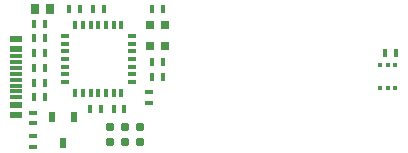
<source format=gtp>
G04*
G04 #@! TF.GenerationSoftware,Altium Limited,Altium Designer,24.3.1 (35)*
G04*
G04 Layer_Color=8421504*
%FSLAX44Y44*%
%MOMM*%
G71*
G04*
G04 #@! TF.SameCoordinates,AD25D3ED-FBA9-419F-A6E4-F2E671057BDA*
G04*
G04*
G04 #@! TF.FilePolarity,Positive*
G04*
G01*
G75*
%ADD12R,0.7000X0.9000*%
%ADD13C,0.7874*%
%ADD14R,0.4000X0.7000*%
%ADD15R,0.3500X0.8000*%
%ADD16R,0.8000X0.3500*%
%ADD17R,0.7000X0.4000*%
%ADD18R,0.6800X0.7800*%
%ADD19R,1.0000X0.3000*%
%ADD20R,1.0000X0.6000*%
%ADD21R,0.6000X0.9000*%
%ADD22R,0.3000X0.4500*%
D12*
X99000Y127500D02*
D03*
X86000D02*
D03*
D13*
X175200Y27700D02*
D03*
Y15000D02*
D03*
X162500Y27700D02*
D03*
Y15000D02*
D03*
X149800Y27700D02*
D03*
Y15000D02*
D03*
D14*
X85500Y115000D02*
D03*
X94500D02*
D03*
X392000Y90000D02*
D03*
X383000D02*
D03*
X194500Y70000D02*
D03*
X185500D02*
D03*
X194500Y82500D02*
D03*
X185500D02*
D03*
Y127500D02*
D03*
X194500D02*
D03*
X162000Y42500D02*
D03*
X153000D02*
D03*
X115500Y127500D02*
D03*
X124500D02*
D03*
X144500Y127500D02*
D03*
X135500D02*
D03*
X142000Y42500D02*
D03*
X133000D02*
D03*
X94500Y77500D02*
D03*
X85500D02*
D03*
X94500Y65000D02*
D03*
X85500D02*
D03*
X94500Y102500D02*
D03*
X85500D02*
D03*
Y52500D02*
D03*
X94500D02*
D03*
X85500Y90000D02*
D03*
X94500D02*
D03*
D15*
X159500Y56500D02*
D03*
X146500D02*
D03*
X140000D02*
D03*
X133500D02*
D03*
X127000D02*
D03*
X120500D02*
D03*
X120500Y113500D02*
D03*
X127000D02*
D03*
X133500D02*
D03*
X140000D02*
D03*
X146500D02*
D03*
X153000D02*
D03*
X159500D02*
D03*
X153000Y56500D02*
D03*
D16*
X111500Y65500D02*
D03*
Y72000D02*
D03*
Y78500D02*
D03*
Y85000D02*
D03*
Y91500D02*
D03*
Y98000D02*
D03*
Y104500D02*
D03*
X168500D02*
D03*
Y98000D02*
D03*
Y91500D02*
D03*
Y85000D02*
D03*
Y78500D02*
D03*
Y72000D02*
D03*
Y65500D02*
D03*
D17*
X182500Y48000D02*
D03*
Y57000D02*
D03*
X85000Y39500D02*
D03*
Y30500D02*
D03*
Y10500D02*
D03*
Y19500D02*
D03*
D18*
X183350Y96350D02*
D03*
X196650D02*
D03*
Y113650D02*
D03*
X183350D02*
D03*
D19*
X70000Y72500D02*
D03*
Y67500D02*
D03*
Y62500D02*
D03*
Y57500D02*
D03*
Y52500D02*
D03*
Y77500D02*
D03*
Y82500D02*
D03*
Y87500D02*
D03*
D20*
Y46000D02*
D03*
Y38000D02*
D03*
Y93500D02*
D03*
Y102000D02*
D03*
D21*
X100500Y36000D02*
D03*
X119500D02*
D03*
X110000Y14000D02*
D03*
D22*
X378500Y60250D02*
D03*
X385000D02*
D03*
X391500D02*
D03*
Y79750D02*
D03*
X385000D02*
D03*
X378500D02*
D03*
M02*

</source>
